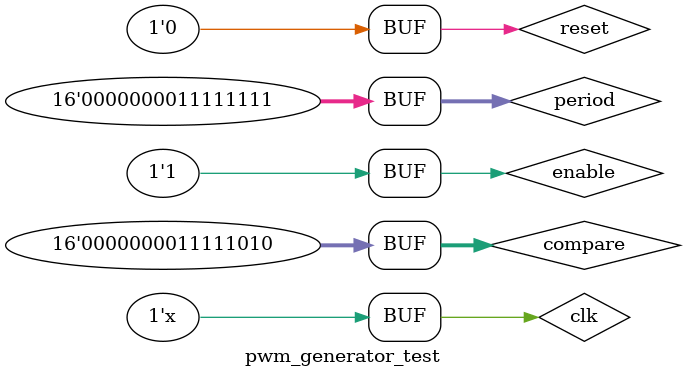
<source format=v>
`timescale 1ns / 1ps


module pwm_generator_test;

reg clk;
reg enable;
reg reset;
reg [15:0] compare;
reg [15:0] period;

pwm_generator pwmGen(
    .en(enable),
    .clk(clk),
    .rst(reset),
    .cmp(compare),
    .period(period)
);

initial begin
    enable = 0;
    reset = 0;
    clk = 0; 
    compare = 0;
    period = 0;
    
    #50
    
    #10 enable = 1;
    #10 reset = 1;
    #10 reset = 0;
    
    #20 period = 255;
        compare = 50;
    
    #100000 compare = 100;
    
    #100000 compare = 150;
    
    #100000 compare = 200;
    
    #100000 compare = 250;
    
end

always #25 clk = ~clk;

endmodule


</source>
